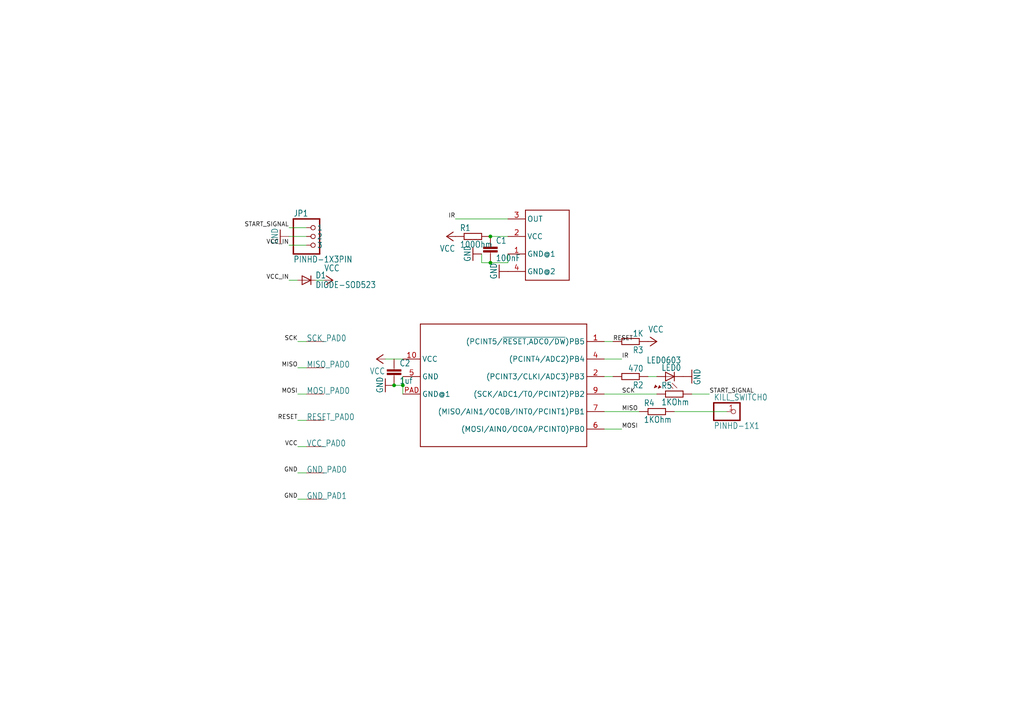
<source format=kicad_sch>
(kicad_sch (version 20250114) (generator "eeschema") (generator_version "9.0")
  (paper "A4")
  (lib_symbols
    (symbol "Schematic_start_module_sumo_IR_V0_16_v1-eagle-import:ATTINY13A"
      (symbol "ATTINY13A_1_0"
        (polyline (pts (xy -25.4 17.78) (xy -25.4 -17.78)) (stroke (width 0.254)))
        (polyline (pts (xy -25.4 -17.78) (xy 22.86 -17.78)) (stroke (width 0.254)))
        (polyline (pts (xy 22.86 17.78) (xy -25.4 17.78)) (stroke (width 0.254)))
        (polyline (pts (xy 22.86 -17.78) (xy 22.86 17.78)) (stroke (width 0.254)))
        (pin bidirectional line (at -30.48 7.62 0) (length 5.08) (name "VCC") (number "10"))
        (pin bidirectional line (at -30.48 2.54 0) (length 5.08) (name "GND") (number "5"))
        (pin bidirectional line (at -30.48 -2.54 0) (length 5.08) (name "GND@1") (number "PAD"))
        (pin bidirectional line (at 27.94 12.7 180) (length 5.08) (name "(PCINT5/~{RESET,ADC0/DW})PB5") (number "1"))
        (pin bidirectional line (at 27.94 7.62 180) (length 5.08) (name "(PCINT4/ADC2)PB4") (number "4"))
        (pin bidirectional line (at 27.94 2.54 180) (length 5.08) (name "(PCINT3/CLKI/ADC3)PB3") (number "2"))
        (pin bidirectional line (at 27.94 -2.54 180) (length 5.08) (name "(SCK/ADC1/T0/PCINT2)PB2") (number "9"))
        (pin bidirectional line (at 27.94 -7.62 180) (length 5.08) (name "(MISO/AIN1/OC0B/INT0/PCINT1)PB1") (number "7"))
        (pin bidirectional line (at 27.94 -12.7 180) (length 5.08) (name "(MOSI/AIN0/OC0A/PCINT0)PB0") (number "6"))
      )
    )
    (symbol "Schematic_start_module_sumo_IR_V0_16_v1-eagle-import:C-EUC0603"
      (property "Reference" "C" (at 1.524 0.381 0))
      (symbol "C-EUC0603_1_0"
        (rectangle (start -2.032 -1.016) (end 2.032 -0.508) (fill (type outline)))
        (rectangle (start -2.032 -2.032) (end 2.032 -1.524) (fill (type outline)))
        (polyline (pts (xy 0 0) (xy 0 -0.508)) (stroke (width 0.1524)))
        (polyline (pts (xy 0 -2.54) (xy 0 -2.032)) (stroke (width 0.1524)))
        (pin passive line (at 0 2.54 270) (length 2.54) (name "1") (number "1"))
        (pin passive line (at 0 -5.08 90) (length 2.54) (name "2") (number "2"))
      )
    )
    (symbol "Schematic_start_module_sumo_IR_V0_16_v1-eagle-import:DIODE-SOD523"
      (property "Reference" "D" (at 2.54 0.4826 0))
      (symbol "DIODE-SOD523_1_0"
        (polyline (pts (xy -1.27 1.27) (xy -1.27 -1.27)) (stroke (width 0.254)))
        (polyline (pts (xy -1.27 -1.27) (xy 1.27 0)) (stroke (width 0.254)))
        (polyline (pts (xy 1.27 1.27) (xy 1.27 0)) (stroke (width 0.254)))
        (polyline (pts (xy 1.27 0) (xy -1.27 1.27)) (stroke (width 0.254)))
        (polyline (pts (xy 1.27 0) (xy 1.27 -1.27)) (stroke (width 0.254)))
        (pin passive line (at -2.54 0 0) (length 2.54) (name "A") (number "A"))
        (pin passive line (at 2.54 0 180) (length 2.54) (name "C") (number "C"))
      )
    )
    (symbol "Schematic_start_module_sumo_IR_V0_16_v1-eagle-import:GND" (power)
      (symbol "GND_1_0"
        (polyline (pts (xy -1.905 0) (xy 1.905 0)) (stroke (width 0.254)))
        (pin power_in line (at 0 2.54 270) (length 2.54) (name "GND") (number "1"))
      )
    )
    (symbol "Schematic_start_module_sumo_IR_V0_16_v1-eagle-import:LED0603"
      (property "Reference" "LED" (at 3.556 -4.572 90))
      (symbol "LED0603_1_0"
        (polyline (pts (xy -3.048 1.27) (xy -3.429 2.159) (xy -2.54 1.778)) (stroke (width 0.1524)) (fill (type outline)))
        (polyline (pts (xy -2.921 2.413) (xy -3.302 3.302) (xy -2.413 2.921)) (stroke (width 0.1524)) (fill (type outline)))
        (polyline (pts (xy -2.032 -0.762) (xy -3.429 -2.159)) (stroke (width 0.1524)))
        (polyline (pts (xy -1.905 -1.905) (xy -3.302 -3.302)) (stroke (width 0.1524)))
        (polyline (pts (xy 0 0) (xy -1.27 0)) (stroke (width 0.254)))
        (polyline (pts (xy 0 0) (xy 0 -2.54)) (stroke (width 0.1524)))
        (polyline (pts (xy 0 -2.54) (xy -1.27 0)) (stroke (width 0.254)))
        (polyline (pts (xy 0 -2.54) (xy -1.27 -2.54)) (stroke (width 0.254)))
        (polyline (pts (xy 1.27 0) (xy 0 0)) (stroke (width 0.254)))
        (polyline (pts (xy 1.27 0) (xy 0 -2.54)) (stroke (width 0.254)))
        (polyline (pts (xy 1.27 -2.54) (xy 0 -2.54)) (stroke (width 0.254)))
        (pin passive line (at 0 2.54 270) (length 2.54) (name "A") (number "1"))
        (pin passive line (at 0 -5.08 90) (length 2.54) (name "C") (number "2"))
      )
    )
    (symbol "Schematic_start_module_sumo_IR_V0_16_v1-eagle-import:PAD50X50"
      (property "Reference" "P" (at 0 0 0))
      (symbol "PAD50X50_1_0"
        (pin power_in line (at 0 0 0) (length 5.08) (name "PAD") (number "P$1"))
      )
    )
    (symbol "Schematic_start_module_sumo_IR_V0_16_v1-eagle-import:PAD75X75"
      (property "Reference" "P" (at 0 0 0))
      (symbol "PAD75X75_1_0"
        (pin power_in line (at 0 0 0) (length 5.08) (name "PAD") (number "P$1"))
      )
    )
    (symbol "Schematic_start_module_sumo_IR_V0_16_v1-eagle-import:PINHD-1X1"
      (property "Reference" "JP" (at -6.35 3.175 0))
      (symbol "PINHD-1X1_1_0"
        (polyline (pts (xy -6.35 2.54) (xy -6.35 -2.54)) (stroke (width 0.4064)))
        (polyline (pts (xy -6.35 -2.54) (xy 1.27 -2.54)) (stroke (width 0.4064)))
        (polyline (pts (xy 1.27 2.54) (xy -6.35 2.54)) (stroke (width 0.4064)))
        (polyline (pts (xy 1.27 -2.54) (xy 1.27 2.54)) (stroke (width 0.4064)))
        (pin passive inverted (at -2.54 0 0) (length 2.54) (name "1") (number "1"))
      )
    )
    (symbol "Schematic_start_module_sumo_IR_V0_16_v1-eagle-import:PINHD-1X3PIN"
      (property "Reference" "JP" (at -3.81 5.715 0))
      (symbol "PINHD-1X3PIN_1_0"
        (polyline (pts (xy -3.81 5.08) (xy -3.81 -5.08)) (stroke (width 0.4064)))
        (polyline (pts (xy -3.81 -5.08) (xy 3.81 -5.08)) (stroke (width 0.4064)))
        (polyline (pts (xy 3.81 5.08) (xy -3.81 5.08)) (stroke (width 0.4064)))
        (polyline (pts (xy 3.81 -5.08) (xy 3.81 5.08)) (stroke (width 0.4064)))
        (pin passive inverted (at 0 2.54 0) (length 2.54) (name "1") (number "1"))
        (pin passive inverted (at 0 0 0) (length 2.54) (name "2") (number "2"))
        (pin passive inverted (at 0 -2.54 0) (length 2.54) (name "3") (number "3"))
      )
    )
    (symbol "Schematic_start_module_sumo_IR_V0_16_v1-eagle-import:R-EU_R0603"
      (property "Reference" "R" (at -3.81 1.4986 0))
      (symbol "R-EU_R0603_1_0"
        (polyline (pts (xy -2.54 -0.889) (xy -2.54 0.889)) (stroke (width 0.254)))
        (polyline (pts (xy -2.54 -0.889) (xy 2.54 -0.889)) (stroke (width 0.254)))
        (polyline (pts (xy 2.54 0.889) (xy -2.54 0.889)) (stroke (width 0.254)))
        (polyline (pts (xy 2.54 -0.889) (xy 2.54 0.889)) (stroke (width 0.254)))
        (pin passive line (at -5.08 0 0) (length 2.54) (name "1") (number "1"))
        (pin passive line (at 5.08 0 180) (length 2.54) (name "2") (number "2"))
      )
    )
    (symbol "Schematic_start_module_sumo_IR_V0_16_v1-eagle-import:TSOP77338TS"
      (symbol "TSOP77338TS_1_0"
        (polyline (pts (xy -5.08 7.62) (xy -5.08 -12.7)) (stroke (width 0.254)))
        (polyline (pts (xy -5.08 -12.7) (xy 7.62 -12.7)) (stroke (width 0.254)))
        (polyline (pts (xy 7.62 7.62) (xy -5.08 7.62)) (stroke (width 0.254)))
        (polyline (pts (xy 7.62 -12.7) (xy 7.62 7.62)) (stroke (width 0.254)))
        (pin bidirectional line (at -10.16 5.08 0) (length 5.08) (name "OUT") (number "3"))
        (pin bidirectional line (at -10.16 0 0) (length 5.08) (name "VCC") (number "2"))
        (pin bidirectional line (at -10.16 -5.08 0) (length 5.08) (name "GND@1") (number "1"))
        (pin bidirectional line (at -10.16 -10.16 0) (length 5.08) (name "GND@2") (number "4"))
      )
    )
    (symbol "Schematic_start_module_sumo_IR_V0_16_v1-eagle-import:VCC" (power)
      (symbol "VCC_1_0"
        (polyline (pts (xy 0 0) (xy -1.27 -1.905)) (stroke (width 0.254)))
        (polyline (pts (xy 1.27 -1.905) (xy 0 0)) (stroke (width 0.254)))
        (pin power_in line (at 0 -2.54 90) (length 2.54) (name "VCC") (number "1"))
      )
    )
  )
  (junction (at 116.84 111.76))
  (junction (at 142.24 76.2))
  (junction (at 142.24 68.58))
  (junction (at 114.3 111.76))
  (wire (pts (xy 139.7 73.66) (xy 139.7 76.2)) (stroke (width 0.1524)))
  (wire (pts (xy 195.58 119.38) (xy 210.82 119.38)) (stroke (width 0.1524)))
  (wire (pts (xy 88.9 144.78) (xy 86.36 144.78)) (stroke (width 0.1524)))
  (wire (pts (xy 88.9 66.04) (xy 83.82 66.04)) (stroke (width 0.1524)))
  (wire (pts (xy 88.9 129.54) (xy 86.36 129.54)) (stroke (width 0.1524)))
  (wire (pts (xy 142.24 68.58) (xy 147.32 68.58)) (stroke (width 0.1524)))
  (wire (pts (xy 88.9 106.68) (xy 86.36 106.68)) (stroke (width 0.1524)))
  (wire (pts (xy 88.9 121.92) (xy 86.36 121.92)) (stroke (width 0.1524)))
  (wire (pts (xy 175.26 119.38) (xy 185.42 119.38)) (stroke (width 0.1524)))
  (wire (pts (xy 91.44 81.28) (xy 93.98 81.28)) (stroke (width 0.1524)))
  (wire (pts (xy 175.26 114.3) (xy 190.5 114.3)) (stroke (width 0.1524)))
  (wire (pts (xy 116.84 109.22) (xy 116.84 111.76)) (stroke (width 0.1524)))
  (wire (pts (xy 187.96 109.22) (xy 190.5 109.22)) (stroke (width 0.1524)))
  (wire (pts (xy 88.9 114.3) (xy 86.36 114.3)) (stroke (width 0.1524)))
  (wire (pts (xy 116.84 111.76) (xy 114.3 111.76)) (stroke (width 0.1524)))
  (wire (pts (xy 142.24 76.2) (xy 147.32 76.2)) (stroke (width 0.1524)))
  (wire (pts (xy 88.9 99.06) (xy 86.36 99.06)) (stroke (width 0.1524)))
  (wire (pts (xy 147.32 76.2) (xy 147.32 73.66)) (stroke (width 0.1524)))
  (wire (pts (xy 132.08 63.5) (xy 147.32 63.5)) (stroke (width 0.1524)))
  (wire (pts (xy 111.76 104.14) (xy 116.84 104.14)) (stroke (width 0.1524)))
  (wire (pts (xy 88.9 137.16) (xy 86.36 137.16)) (stroke (width 0.1524)))
  (wire (pts (xy 139.7 76.2) (xy 142.24 76.2)) (stroke (width 0.1524)))
  (wire (pts (xy 175.26 104.14) (xy 180.34 104.14)) (stroke (width 0.1524)))
  (wire (pts (xy 175.26 99.06) (xy 177.8 99.06)) (stroke (width 0.1524)))
  (wire (pts (xy 83.82 71.12) (xy 88.9 71.12)) (stroke (width 0.1524)))
  (wire (pts (xy 86.36 81.28) (xy 83.82 81.28)) (stroke (width 0.1524)))
  (wire (pts (xy 83.82 68.58) (xy 88.9 68.58)) (stroke (width 0.1524)))
  (wire (pts (xy 177.8 109.22) (xy 175.26 109.22)) (stroke (width 0.1524)))
  (wire (pts (xy 175.26 124.46) (xy 180.34 124.46)) (stroke (width 0.1524)))
  (wire (pts (xy 116.84 114.3) (xy 116.84 111.76)) (stroke (width 0.1524)))
  (wire (pts (xy 200.66 114.3) (xy 205.74 114.3)) (stroke (width 0.1524)))
  (label "IR" (at 180.34 104.14 0) (effects (font (size 1.2446 1.2446))))
  (label "RESET" (at 86.36 121.92 180) (effects (font (size 1.2446 1.2446))))
  (label "VCC_IN" (at 83.82 71.12 180) (effects (font (size 1.2446 1.2446))))
  (label "MOSI" (at 86.36 114.3 180) (effects (font (size 1.2446 1.2446))))
  (label "MOSI" (at 180.34 124.46 0) (effects (font (size 1.2446 1.2446))))
  (label "RESET" (at 177.8 99.06 0) (effects (font (size 1.2446 1.2446))))
  (label "GND" (at 86.36 137.16 180) (effects (font (size 1.2446 1.2446))))
  (label "MISO" (at 86.36 106.68 180) (effects (font (size 1.2446 1.2446))))
  (label "MISO" (at 180.34 119.38 0) (effects (font (size 1.2446 1.2446))))
  (label "START_SIGNAL" (at 83.82 66.04 180) (effects (font (size 1.2446 1.2446))))
  (label "IR" (at 132.08 63.5 180) (effects (font (size 1.2446 1.2446))))
  (label "GND" (at 86.36 144.78 180) (effects (font (size 1.2446 1.2446))))
  (label "SCK" (at 180.34 114.3 0) (effects (font (size 1.2446 1.2446))))
  (label "VCC_IN" (at 83.82 81.28 180) (effects (font (size 1.2446 1.2446))))
  (label "VCC" (at 86.36 129.54 180) (effects (font (size 1.2446 1.2446))))
  (label "SCK" (at 86.36 99.06 180) (effects (font (size 1.2446 1.2446))))
  (label "START_SIGNAL" (at 205.74 114.3 0) (effects (font (size 1.2446 1.2446))))
  (symbol (lib_id "Schematic_start_module_sumo_IR_V0_16_v1-eagle-import:PAD50X50") (at 88.9 121.92 0) (unit 1)
    (property "Reference" "RESET_PAD0" (at 88.9 121.92 0) (effects (font (size 1.778 1.5113)) (justify left bottom)))
    (property "Value" "PAD50X50" (effects (hide yes)))
    (property "Footprint" "Schematic_start_module_sumo_IR_V0_16_v1:PAD_50X50" (effects (hide yes)))
  )
  (symbol (lib_id "Schematic_start_module_sumo_IR_V0_16_v1-eagle-import:TSOP77338TS") (at 157.48 68.58 0) (unit 1)
    (property "Reference" "IR1" (effects (hide yes)))
    (property "Value" "TSOP77338TS" (effects (hide yes)))
    (property "Footprint" "Schematic_start_module_sumo_IR_V0_16_v1:TSOP77338" (effects (hide yes)))
  )
  (symbol (lib_id "Schematic_start_module_sumo_IR_V0_16_v1-eagle-import:PAD50X50") (at 88.9 99.06 0) (unit 1)
    (property "Reference" "SCK_PAD0" (at 88.9 99.06 0) (effects (font (size 1.778 1.5113)) (justify left bottom)))
    (property "Value" "PAD50X50" (effects (hide yes)))
    (property "Footprint" "Schematic_start_module_sumo_IR_V0_16_v1:PAD_50X50" (effects (hide yes)))
  )
  (symbol (lib_id "Schematic_start_module_sumo_IR_V0_16_v1-eagle-import:GND") (at 81.28 68.58 270) (unit 1)
    (property "Reference" "#GND1" (effects (hide yes)))
    (property "Value" "GND" (at 78.74 66.04 0) (effects (font (size 1.778 1.5113)) (justify left bottom)))
  )
  (symbol (lib_id "Schematic_start_module_sumo_IR_V0_16_v1-eagle-import:GND") (at 137.16 73.66 270) (unit 1)
    (property "Reference" "#GND2" (effects (hide yes)))
    (property "Value" "GND" (at 134.62 71.12 0) (effects (font (size 1.778 1.5113)) (justify left bottom)))
  )
  (symbol (lib_id "Schematic_start_module_sumo_IR_V0_16_v1-eagle-import:VCC") (at 109.22 104.14 90) (unit 1)
    (property "Reference" "#P+3" (effects (hide yes)))
    (property "Value" "VCC" (at 111.76 106.68 90) (effects (font (size 1.778 1.5113)) (justify left bottom)))
  )
  (symbol (lib_id "Schematic_start_module_sumo_IR_V0_16_v1-eagle-import:VCC") (at 190.5 99.06 270) (unit 1)
    (property "Reference" "#P+4" (effects (hide yes)))
    (property "Value" "VCC" (at 187.96 96.52 90) (effects (font (size 1.778 1.5113)) (justify left bottom)))
  )
  (symbol (lib_id "Schematic_start_module_sumo_IR_V0_16_v1-eagle-import:PAD50X50") (at 88.9 137.16 0) (unit 1)
    (property "Reference" "GND_PAD0" (at 88.9 137.16 0) (effects (font (size 1.778 1.5113)) (justify left bottom)))
    (property "Value" "PAD50X50" (effects (hide yes)))
    (property "Footprint" "Schematic_start_module_sumo_IR_V0_16_v1:PAD_50X50" (effects (hide yes)))
  )
  (symbol (lib_id "Schematic_start_module_sumo_IR_V0_16_v1-eagle-import:C-EUC0603") (at 114.3 106.68 0) (unit 1)
    (property "Reference" "C2" (at 115.824 106.299 0) (effects (font (size 1.778 1.5113)) (justify left bottom)))
    (property "Value" "1uf" (at 115.824 111.379 0) (effects (font (size 1.778 1.5113)) (justify left bottom)))
    (property "Footprint" "Schematic_start_module_sumo_IR_V0_16_v1:C0603" (effects (hide yes)))
  )
  (symbol (lib_id "Schematic_start_module_sumo_IR_V0_16_v1-eagle-import:R-EU_R0603") (at 190.5 119.38 0) (unit 1)
    (property "Reference" "R4" (at 186.69 117.8814 0) (effects (font (size 1.778 1.5113)) (justify left bottom)))
    (property "Value" "1KOhm" (at 186.69 122.682 0) (effects (font (size 1.778 1.5113)) (justify left bottom)))
    (property "Footprint" "Schematic_start_module_sumo_IR_V0_16_v1:R0603" (effects (hide yes)))
  )
  (symbol (lib_id "Schematic_start_module_sumo_IR_V0_16_v1-eagle-import:GND") (at 200.66 109.22 90) (unit 1)
    (property "Reference" "#GND5" (effects (hide yes)))
    (property "Value" "GND" (at 203.2 111.76 0) (effects (font (size 1.778 1.5113)) (justify left bottom)))
  )
  (symbol (lib_id "Schematic_start_module_sumo_IR_V0_16_v1-eagle-import:PAD75X75") (at 88.9 144.78 0) (unit 1)
    (property "Reference" "GND_PAD1" (at 88.9 144.78 0) (effects (font (size 1.778 1.5113)) (justify left bottom)))
    (property "Value" "PAD75X75" (effects (hide yes)))
    (property "Footprint" "Schematic_start_module_sumo_IR_V0_16_v1:PAD_75X75" (effects (hide yes)))
  )
  (symbol (lib_id "Schematic_start_module_sumo_IR_V0_16_v1-eagle-import:PAD75X75") (at 88.9 114.3 0) (unit 1)
    (property "Reference" "MOSI_PAD0" (at 88.9 114.3 0) (effects (font (size 1.778 1.5113)) (justify left bottom)))
    (property "Value" "mosi" (effects (hide yes)))
    (property "Footprint" "Schematic_start_module_sumo_IR_V0_16_v1:PAD_75X75" (effects (hide yes)))
  )
  (symbol (lib_id "Schematic_start_module_sumo_IR_V0_16_v1-eagle-import:GND") (at 144.78 78.74 270) (unit 1)
    (property "Reference" "#GND3" (effects (hide yes)))
    (property "Value" "GND" (at 142.24 76.2 0) (effects (font (size 1.778 1.5113)) (justify left bottom)))
  )
  (symbol (lib_id "Schematic_start_module_sumo_IR_V0_16_v1-eagle-import:PINHD-1X3PIN") (at 88.9 68.58 0) (unit 1)
    (property "Reference" "JP1" (at 85.09 62.865 0) (effects (font (size 1.778 1.5113)) (justify left bottom)))
    (property "Value" "PINHD-1X3PIN" (at 85.09 76.2 0) (effects (font (size 1.778 1.5113)) (justify left bottom)))
    (property "Footprint" "Schematic_start_module_sumo_IR_V0_16_v1:1X3" (effects (hide yes)))
  )
  (symbol (lib_id "Schematic_start_module_sumo_IR_V0_16_v1-eagle-import:R-EU_R0603") (at 137.16 68.58 0) (unit 1)
    (property "Reference" "R1" (at 133.35 67.0814 0) (effects (font (size 1.778 1.5113)) (justify left bottom)))
    (property "Value" "100Ohm" (at 133.35 71.882 0) (effects (font (size 1.778 1.5113)) (justify left bottom)))
    (property "Footprint" "Schematic_start_module_sumo_IR_V0_16_v1:R0603" (effects (hide yes)))
  )
  (symbol (lib_id "Schematic_start_module_sumo_IR_V0_16_v1-eagle-import:PAD50X50") (at 88.9 129.54 0) (unit 1)
    (property "Reference" "VCC_PAD0" (at 88.9 129.54 0) (effects (font (size 1.778 1.5113)) (justify left bottom)))
    (property "Value" "PAD50X50" (effects (hide yes)))
    (property "Footprint" "Schematic_start_module_sumo_IR_V0_16_v1:PAD_50X50" (effects (hide yes)))
  )
  (symbol (lib_id "Schematic_start_module_sumo_IR_V0_16_v1-eagle-import:DIODE-SOD523") (at 88.9 81.28 0) (unit 1)
    (property "Reference" "D1" (at 91.44 80.7974 0) (effects (font (size 1.778 1.5113)) (justify left bottom)))
    (property "Value" "DIODE-SOD523" (at 91.44 83.5914 0) (effects (font (size 1.778 1.5113)) (justify left bottom)))
    (property "Footprint" "Schematic_start_module_sumo_IR_V0_16_v1:SOD523" (effects (hide yes)))
  )
  (symbol (lib_id "Schematic_start_module_sumo_IR_V0_16_v1-eagle-import:LED0603") (at 193.04 109.22 90) (unit 1)
    (property "Reference" "LED0" (at 197.612 105.664 90) (effects (font (size 1.778 1.5113)) (justify left bottom)))
    (property "Value" "LED0603" (at 197.612 103.505 90) (effects (font (size 1.778 1.5113)) (justify left bottom)))
    (property "Footprint" "Schematic_start_module_sumo_IR_V0_16_v1:0603_SMALL" (effects (hide yes)))
  )
  (symbol (lib_id "Schematic_start_module_sumo_IR_V0_16_v1-eagle-import:R-EU_R0603") (at 182.88 109.22 180) (unit 1)
    (property "Reference" "R2" (at 186.69 110.7186 0) (effects (font (size 1.778 1.5113)) (justify left bottom)))
    (property "Value" "470" (at 186.69 105.918 0) (effects (font (size 1.778 1.5113)) (justify left bottom)))
    (property "Footprint" "Schematic_start_module_sumo_IR_V0_16_v1:R0603" (effects (hide yes)))
  )
  (symbol (lib_id "Schematic_start_module_sumo_IR_V0_16_v1-eagle-import:R-EU_R0603") (at 195.58 114.3 0) (unit 1)
    (property "Reference" "R5" (at 191.77 112.8014 0) (effects (font (size 1.778 1.5113)) (justify left bottom)))
    (property "Value" "1KOhm" (at 191.77 117.602 0) (effects (font (size 1.778 1.5113)) (justify left bottom)))
    (property "Footprint" "Schematic_start_module_sumo_IR_V0_16_v1:R0603" (effects (hide yes)))
  )
  (symbol (lib_id "Schematic_start_module_sumo_IR_V0_16_v1-eagle-import:GND") (at 111.76 111.76 270) (unit 1)
    (property "Reference" "#GND4" (effects (hide yes)))
    (property "Value" "GND" (at 109.22 109.22 0) (effects (font (size 1.778 1.5113)) (justify left bottom)))
  )
  (symbol (lib_id "Schematic_start_module_sumo_IR_V0_16_v1-eagle-import:VCC") (at 129.54 68.58 90) (unit 1)
    (property "Reference" "#P+2" (effects (hide yes)))
    (property "Value" "VCC" (at 132.08 71.12 90) (effects (font (size 1.778 1.5113)) (justify left bottom)))
  )
  (symbol (lib_id "Schematic_start_module_sumo_IR_V0_16_v1-eagle-import:VCC") (at 96.52 81.28 270) (unit 1)
    (property "Reference" "#P+5" (effects (hide yes)))
    (property "Value" "VCC" (at 93.98 78.74 90) (effects (font (size 1.778 1.5113)) (justify left bottom)))
  )
  (symbol (lib_id "Schematic_start_module_sumo_IR_V0_16_v1-eagle-import:ATTINY13A") (at 147.32 111.76 0) (unit 1)
    (property "Reference" "UC0" (effects (hide yes)))
    (property "Value" "ATTINY13A" (effects (hide yes)))
    (property "Footprint" "Schematic_start_module_sumo_IR_V0_16_v1:DFN10" (effects (hide yes)))
  )
  (symbol (lib_id "Schematic_start_module_sumo_IR_V0_16_v1-eagle-import:PAD50X50") (at 88.9 106.68 0) (unit 1)
    (property "Reference" "MISO_PAD0" (at 88.9 106.68 0) (effects (font (size 1.778 1.5113)) (justify left bottom)))
    (property "Value" "PAD50X50" (effects (hide yes)))
    (property "Footprint" "Schematic_start_module_sumo_IR_V0_16_v1:PAD_50X50" (effects (hide yes)))
  )
  (symbol (lib_id "Schematic_start_module_sumo_IR_V0_16_v1-eagle-import:PINHD-1X1") (at 213.36 119.38 0) (unit 1)
    (property "Reference" "KILL_SWITCH0" (at 207.01 116.205 0) (effects (font (size 1.778 1.5113)) (justify left bottom)))
    (property "Value" "PINHD-1X1" (at 207.01 124.46 0) (effects (font (size 1.778 1.5113)) (justify left bottom)))
    (property "Footprint" "Schematic_start_module_sumo_IR_V0_16_v1:1X01" (effects (hide yes)))
  )
  (symbol (lib_id "Schematic_start_module_sumo_IR_V0_16_v1-eagle-import:C-EUC0603") (at 142.24 71.12 0) (unit 1)
    (property "Reference" "C1" (at 143.764 70.739 0) (effects (font (size 1.778 1.5113)) (justify left bottom)))
    (property "Value" "100nF" (at 143.764 75.819 0) (effects (font (size 1.778 1.5113)) (justify left bottom)))
    (property "Footprint" "Schematic_start_module_sumo_IR_V0_16_v1:C0603" (effects (hide yes)))
  )
  (symbol (lib_id "Schematic_start_module_sumo_IR_V0_16_v1-eagle-import:R-EU_R0603") (at 182.88 99.06 180) (unit 1)
    (property "Reference" "R3" (at 186.69 100.5586 0) (effects (font (size 1.778 1.5113)) (justify left bottom)))
    (property "Value" "1K" (at 186.69 95.758 0) (effects (font (size 1.778 1.5113)) (justify left bottom)))
    (property "Footprint" "Schematic_start_module_sumo_IR_V0_16_v1:R0603" (effects (hide yes)))
  )
)
</source>
